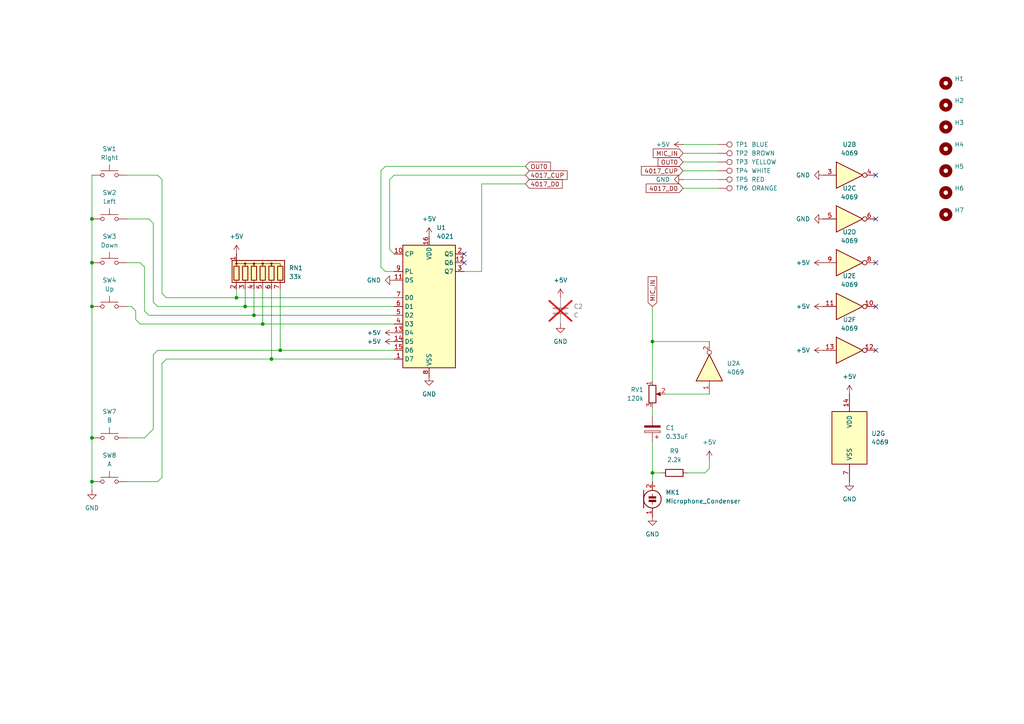
<source format=kicad_sch>
(kicad_sch (version 20250114) (generator "eeschema") (generator_version "9.0")
  (paper "A4")
  (lib_symbols
    (symbol "4xxx:4021"
      (property "Reference" "U" (at -5.08 19.05 0))
      (property "Value" "4021" (at 3.81 19.05 0))
      (symbol "4021_0_1"
        (rectangle (start -7.62 17.78) (end 7.62 -17.78) (stroke (width 0.254)) (fill (type background)))
      )
      (symbol "4021_1_1"
        (pin input line (at -10.16 15.24 0) (length 2.54) (name "CP") (number "10"))
        (pin input line (at -10.16 10.16 0) (length 2.54) (name "PL") (number "9"))
        (pin input line (at -10.16 7.62 0) (length 2.54) (name "DS") (number "11"))
        (pin input line (at -10.16 2.54 0) (length 2.54) (name "D0") (number "7"))
        (pin input line (at -10.16 0 0) (length 2.54) (name "D1") (number "6"))
        (pin input line (at -10.16 -2.54 0) (length 2.54) (name "D2") (number "5"))
        (pin input line (at -10.16 -5.08 0) (length 2.54) (name "D3") (number "4"))
        (pin input line (at -10.16 -7.62 0) (length 2.54) (name "D4") (number "13"))
        (pin input line (at -10.16 -10.16 0) (length 2.54) (name "D5") (number "14"))
        (pin input line (at -10.16 -12.7 0) (length 2.54) (name "D6") (number "15"))
        (pin input line (at -10.16 -15.24 0) (length 2.54) (name "D7") (number "1"))
        (pin power_in line (at 0 20.32 270) (length 2.54) (name "VDD") (number "16"))
        (pin power_in line (at 0 -20.32 90) (length 2.54) (name "VSS") (number "8"))
        (pin output line (at 10.16 15.24 180) (length 2.54) (name "Q5") (number "2"))
        (pin output line (at 10.16 12.7 180) (length 2.54) (name "Q6") (number "12"))
        (pin output line (at 10.16 10.16 180) (length 2.54) (name "Q7") (number "3"))
      )
    )
    (symbol "4xxx:4069" (pin_names (offset 1.016))
      (property "Reference" "U" (at 0 1.27 0))
      (property "Value" "4069" (at 0 -1.27 0))
      (symbol "4069_1_0"
        (polyline (pts (xy -3.81 3.81) (xy -3.81 -3.81) (xy 3.81 0) (xy -3.81 3.81)) (stroke (width 0.254)) (fill (type background)))
        (pin input line (at -7.62 0 0) (length 3.81) (name "~") (number "1"))
        (pin output inverted (at 7.62 0 180) (length 3.81) (name "~") (number "2"))
      )
      (symbol "4069_2_0"
        (polyline (pts (xy -3.81 3.81) (xy -3.81 -3.81) (xy 3.81 0) (xy -3.81 3.81)) (stroke (width 0.254)) (fill (type background)))
        (pin input line (at -7.62 0 0) (length 3.81) (name "~") (number "3"))
        (pin output inverted (at 7.62 0 180) (length 3.81) (name "~") (number "4"))
      )
      (symbol "4069_3_0"
        (polyline (pts (xy -3.81 3.81) (xy -3.81 -3.81) (xy 3.81 0) (xy -3.81 3.81)) (stroke (width 0.254)) (fill (type background)))
        (pin input line (at -7.62 0 0) (length 3.81) (name "~") (number "5"))
        (pin output inverted (at 7.62 0 180) (length 3.81) (name "~") (number "6"))
      )
      (symbol "4069_4_0"
        (polyline (pts (xy -3.81 3.81) (xy -3.81 -3.81) (xy 3.81 0) (xy -3.81 3.81)) (stroke (width 0.254)) (fill (type background)))
        (pin input line (at -7.62 0 0) (length 3.81) (name "~") (number "9"))
        (pin output inverted (at 7.62 0 180) (length 3.81) (name "~") (number "8"))
      )
      (symbol "4069_5_0"
        (polyline (pts (xy -3.81 3.81) (xy -3.81 -3.81) (xy 3.81 0) (xy -3.81 3.81)) (stroke (width 0.254)) (fill (type background)))
        (pin input line (at -7.62 0 0) (length 3.81) (name "~") (number "11"))
        (pin output inverted (at 7.62 0 180) (length 3.81) (name "~") (number "10"))
      )
      (symbol "4069_6_0"
        (polyline (pts (xy -3.81 3.81) (xy -3.81 -3.81) (xy 3.81 0) (xy -3.81 3.81)) (stroke (width 0.254)) (fill (type background)))
        (pin input line (at -7.62 0 0) (length 3.81) (name "~") (number "13"))
        (pin output inverted (at 7.62 0 180) (length 3.81) (name "~") (number "12"))
      )
      (symbol "4069_7_0"
        (pin power_in line (at 0 12.7 270) (length 5.08) (name "VDD") (number "14"))
        (pin power_in line (at 0 -12.7 90) (length 5.08) (name "VSS") (number "7"))
      )
      (symbol "4069_7_1"
        (rectangle (start -5.08 7.62) (end 5.08 -7.62) (stroke (width 0.254)) (fill (type background)))
      )
    )
    (symbol "Connector:TestPoint" (pin_numbers (hide yes)) (pin_names (offset 0.762) (hide yes))
      (property "Reference" "TP" (at 0 6.858 0))
      (property "Value" "TestPoint" (at 0 5.08 0))
      (symbol "TestPoint_0_1"
        (circle (center 0 3.302) (radius 0.762))
      )
      (symbol "TestPoint_1_1"
        (pin passive line (at 0 0 90) (length 2.54) (name "1") (number "1"))
      )
    )
    (symbol "Device:C" (pin_numbers (hide yes)) (pin_names (offset 0.254))
      (property "Reference" "C" (at 0.635 2.54 0))
      (property "Value" "C" (at 0.635 -2.54 0))
      (symbol "C_0_1"
        (polyline (pts (xy -2.032 0.762) (xy 2.032 0.762)) (stroke (width 0.508)))
        (polyline (pts (xy -2.032 -0.762) (xy 2.032 -0.762)) (stroke (width 0.508)))
      )
      (symbol "C_1_1"
        (pin passive line (at 0 3.81 270) (length 2.794) (name "~") (number "1"))
        (pin passive line (at 0 -3.81 90) (length 2.794) (name "~") (number "2"))
      )
    )
    (symbol "Device:C_Polarized" (pin_numbers (hide yes)) (pin_names (offset 0.254))
      (property "Reference" "C" (at 0.635 2.54 0))
      (property "Value" "C_Polarized" (at 0.635 -2.54 0))
      (symbol "C_Polarized_0_1"
        (rectangle (start -2.286 0.508) (end 2.286 1.016))
        (polyline (pts (xy -1.778 2.286) (xy -0.762 2.286)))
        (polyline (pts (xy -1.27 2.794) (xy -1.27 1.778)))
        (rectangle (start 2.286 -0.508) (end -2.286 -1.016) (fill (type outline)))
      )
      (symbol "C_Polarized_1_1"
        (pin passive line (at 0 3.81 270) (length 2.794) (name "~") (number "1"))
        (pin passive line (at 0 -3.81 90) (length 2.794) (name "~") (number "2"))
      )
    )
    (symbol "Device:Microphone_Condenser" (pin_names (offset 0.0254) (hide yes))
      (property "Reference" "MK" (at -3.302 1.27 0))
      (property "Value" "Microphone_Condenser" (at -3.302 -0.635 0))
      (symbol "Microphone_Condenser_0_1"
        (polyline (pts (xy -2.54 2.54) (xy -2.54 -2.54)) (stroke (width 0.254)))
        (polyline (pts (xy 0 0.762) (xy 0 1.524)))
        (circle (center 0 0) (radius 2.54) (stroke (width 0.254)))
        (polyline (pts (xy 0 -0.762) (xy 0 -1.524)))
        (polyline (pts (xy 0.254 3.81) (xy 0.762 3.81)))
        (polyline (pts (xy 0.508 4.064) (xy 0.508 3.556)))
        (rectangle (start 1.016 0.762) (end -1.016 0.254) (fill (type outline)))
        (rectangle (start 1.016 -0.254) (end -1.016 -0.762) (fill (type outline)))
      )
      (symbol "Microphone_Condenser_1_1"
        (pin passive line (at 0 5.08 270) (length 2.54) (name "+") (number "2"))
        (pin passive line (at 0 -5.08 90) (length 2.54) (name "-") (number "1"))
      )
    )
    (symbol "Device:R" (pin_numbers (hide yes)) (pin_names (offset 0))
      (property "Reference" "R" (at 2.032 0 90))
      (property "Value" "R" (at 0 0 90))
      (symbol "R_0_1"
        (rectangle (start -1.016 -2.54) (end 1.016 2.54) (stroke (width 0.254)))
      )
      (symbol "R_1_1"
        (pin passive line (at 0 3.81 270) (length 1.27) (name "~") (number "1"))
        (pin passive line (at 0 -3.81 90) (length 1.27) (name "~") (number "2"))
      )
    )
    (symbol "Device:R_Network06" (pin_names (offset 0) (hide yes))
      (property "Reference" "RN" (at -10.16 0 90))
      (property "Value" "R_Network06" (at 7.62 0 90))
      (symbol "R_Network06_0_1"
        (rectangle (start -8.89 -3.175) (end 6.35 3.175) (stroke (width 0.254)) (fill (type background)))
        (rectangle (start -8.382 1.524) (end -6.858 -2.54) (stroke (width 0.254)))
        (circle (center -7.62 2.286) (radius 0.254) (fill (type outline)))
        (polyline (pts (xy -7.62 1.524) (xy -7.62 2.286) (xy -5.08 2.286) (xy -5.08 1.524)))
        (polyline (pts (xy -7.62 -2.54) (xy -7.62 -3.81)))
        (rectangle (start -5.842 1.524) (end -4.318 -2.54) (stroke (width 0.254)))
        (circle (center -5.08 2.286) (radius 0.254) (fill (type outline)))
        (polyline (pts (xy -5.08 1.524) (xy -5.08 2.286) (xy -2.54 2.286) (xy -2.54 1.524)))
        (polyline (pts (xy -5.08 -2.54) (xy -5.08 -3.81)))
        (rectangle (start -3.302 1.524) (end -1.778 -2.54) (stroke (width 0.254)))
        (circle (center -2.54 2.286) (radius 0.254) (fill (type outline)))
        (polyline (pts (xy -2.54 1.524) (xy -2.54 2.286) (xy 0 2.286) (xy 0 1.524)))
        (polyline (pts (xy -2.54 -2.54) (xy -2.54 -3.81)))
        (rectangle (start -0.762 1.524) (end 0.762 -2.54) (stroke (width 0.254)))
        (circle (center 0 2.286) (radius 0.254) (fill (type outline)))
        (polyline (pts (xy 0 1.524) (xy 0 2.286) (xy 2.54 2.286) (xy 2.54 1.524)))
        (polyline (pts (xy 0 -2.54) (xy 0 -3.81)))
        (rectangle (start 1.778 1.524) (end 3.302 -2.54) (stroke (width 0.254)))
        (circle (center 2.54 2.286) (radius 0.254) (fill (type outline)))
        (polyline (pts (xy 2.54 1.524) (xy 2.54 2.286) (xy 5.08 2.286) (xy 5.08 1.524)))
        (polyline (pts (xy 2.54 -2.54) (xy 2.54 -3.81)))
        (rectangle (start 4.318 1.524) (end 5.842 -2.54) (stroke (width 0.254)))
        (polyline (pts (xy 5.08 -2.54) (xy 5.08 -3.81)))
      )
      (symbol "R_Network06_1_1"
        (pin passive line (at -7.62 5.08 270) (length 2.54) (name "common") (number "1"))
        (pin passive line (at -7.62 -5.08 90) (length 1.27) (name "R1") (number "2"))
        (pin passive line (at -5.08 -5.08 90) (length 1.27) (name "R2") (number "3"))
        (pin passive line (at -2.54 -5.08 90) (length 1.27) (name "R3") (number "4"))
        (pin passive line (at 0 -5.08 90) (length 1.27) (name "R4") (number "5"))
        (pin passive line (at 2.54 -5.08 90) (length 1.27) (name "R5") (number "6"))
        (pin passive line (at 5.08 -5.08 90) (length 1.27) (name "R6") (number "7"))
      )
    )
    (symbol "Device:R_Potentiometer" (pin_names (offset 1.016) (hide yes))
      (property "Reference" "RV" (at -4.445 0 90))
      (property "Value" "R_Potentiometer" (at -2.54 0 90))
      (symbol "R_Potentiometer_0_1"
        (rectangle (start 1.016 2.54) (end -1.016 -2.54) (stroke (width 0.254)))
        (polyline (pts (xy 1.143 0) (xy 2.286 0.508) (xy 2.286 -0.508) (xy 1.143 0)) (fill (type outline)))
        (polyline (pts (xy 2.54 0) (xy 1.524 0)))
      )
      (symbol "R_Potentiometer_1_1"
        (pin passive line (at 0 3.81 270) (length 1.27) (name "1") (number "1"))
        (pin passive line (at 0 -3.81 90) (length 1.27) (name "3") (number "3"))
        (pin passive line (at 3.81 0 180) (length 1.27) (name "2") (number "2"))
      )
    )
    (symbol "Mechanical:MountingHole" (pin_names (offset 1.016)) (in_bom no)
      (property "Reference" "H" (at 0 5.08 0))
      (property "Value" "MountingHole" (at 0 3.175 0))
      (symbol "MountingHole_0_1"
        (circle (center 0 0) (radius 1.27) (stroke (width 1.27)))
      )
    )
    (symbol "Switch:SW_Push" (pin_numbers (hide yes)) (pin_names (offset 1.016) (hide yes))
      (property "Reference" "SW" (at 1.27 2.54 0))
      (property "Value" "SW_Push" (at 0 -1.524 0))
      (symbol "SW_Push_0_1"
        (circle (center -2.032 0) (radius 0.508))
        (polyline (pts (xy 0 1.27) (xy 0 3.048)))
        (circle (center 2.032 0) (radius 0.508))
        (polyline (pts (xy 2.54 1.27) (xy -2.54 1.27)))
        (pin passive line (at -5.08 0 0) (length 2.54) (name "1") (number "1"))
        (pin passive line (at 5.08 0 180) (length 2.54) (name "2") (number "2"))
      )
    )
    (symbol "power:+5V" (power) (pin_numbers (hide yes)) (pin_names (offset 0) (hide yes))
      (property "Value" "+5V" (at 0 3.556 0))
      (symbol "+5V_0_1"
        (polyline (pts (xy -0.762 1.27) (xy 0 2.54)))
        (polyline (pts (xy 0 2.54) (xy 0.762 1.27)))
        (polyline (pts (xy 0 0) (xy 0 2.54)))
      )
      (symbol "+5V_1_1"
        (pin power_in line (at 0 0 90) (length 0) (name "~") (number "1"))
      )
    )
    (symbol "power:GND" (power) (pin_numbers (hide yes)) (pin_names (offset 0) (hide yes))
      (property "Value" "GND" (at 0 -3.81 0))
      (symbol "GND_0_1"
        (polyline (pts (xy 0 0) (xy 0 -1.27) (xy 1.27 -1.27) (xy 0 -2.54) (xy -1.27 -1.27) (xy 0 -1.27)))
      )
      (symbol "GND_1_1"
        (pin power_in line (at 0 0 270) (length 0) (name "~") (number "1"))
      )
    )
  )
  (junction (at 76.2 93.98))
  (junction (at 81.28 101.6))
  (junction (at 71.12 88.9))
  (junction (at 26.67 88.9))
  (junction (at 26.67 63.5))
  (junction (at 26.67 139.7))
  (junction (at 68.58 86.36))
  (junction (at 78.74 104.14))
  (junction (at 73.66 91.44))
  (junction (at 189.23 99.06))
  (junction (at 26.67 127))
  (junction (at 26.67 76.2))
  (junction (at 189.23 137.16))
  (no_connect (at 134.62 76.2))
  (no_connect (at 254 63.5))
  (no_connect (at 254 76.2))
  (no_connect (at 134.62 73.66))
  (no_connect (at 254 101.6))
  (no_connect (at 254 50.8))
  (no_connect (at 254 88.9))
  (wire (pts (xy 68.58 83.82) (xy 68.58 86.36)))
  (wire (pts (xy 71.12 83.82) (xy 71.12 88.9)))
  (wire (pts (xy 39.37 92.71) (xy 40.64 93.98)))
  (wire (pts (xy 81.28 101.6) (xy 114.3 101.6)))
  (wire (pts (xy 189.23 99.06) (xy 189.23 110.49)))
  (wire (pts (xy 26.67 63.5) (xy 26.67 76.2)))
  (wire (pts (xy 36.83 50.8) (xy 45.72 50.8)))
  (wire (pts (xy 198.12 54.61) (xy 208.28 54.61)))
  (wire (pts (xy 189.23 137.16) (xy 189.23 139.7)))
  (wire (pts (xy 139.7 78.74) (xy 134.62 78.74)))
  (wire (pts (xy 81.28 83.82) (xy 81.28 101.6)))
  (wire (pts (xy 114.3 78.74) (xy 111.76 78.74)))
  (wire (pts (xy 189.23 118.11) (xy 189.23 120.65)))
  (wire (pts (xy 139.7 53.34) (xy 139.7 78.74)))
  (wire (pts (xy 114.3 73.66) (xy 113.03 72.39)))
  (wire (pts (xy 44.45 124.46) (xy 41.91 127)))
  (wire (pts (xy 44.45 102.87) (xy 44.45 124.46)))
  (wire (pts (xy 36.83 76.2) (xy 40.64 76.2)))
  (wire (pts (xy 40.64 76.2) (xy 41.91 77.47)))
  (wire (pts (xy 44.45 87.63) (xy 45.72 88.9)))
  (wire (pts (xy 205.74 133.35) (xy 205.74 135.89)))
  (wire (pts (xy 41.91 77.47) (xy 41.91 90.17)))
  (wire (pts (xy 36.83 88.9) (xy 38.1 88.9)))
  (wire (pts (xy 111.76 78.74) (xy 110.49 77.47)))
  (wire (pts (xy 45.72 88.9) (xy 71.12 88.9)))
  (wire (pts (xy 39.37 90.17) (xy 39.37 92.71)))
  (wire (pts (xy 189.23 99.06) (xy 205.74 99.06)))
  (wire (pts (xy 198.12 52.07) (xy 208.28 52.07)))
  (wire (pts (xy 44.45 64.77) (xy 44.45 87.63)))
  (wire (pts (xy 78.74 83.82) (xy 78.74 104.14)))
  (wire (pts (xy 46.99 105.41) (xy 46.99 138.43)))
  (wire (pts (xy 198.12 46.99) (xy 208.28 46.99)))
  (wire (pts (xy 204.47 137.16) (xy 205.74 135.89)))
  (wire (pts (xy 73.66 83.82) (xy 73.66 91.44)))
  (wire (pts (xy 152.4 53.34) (xy 139.7 53.34)))
  (wire (pts (xy 38.1 88.9) (xy 39.37 90.17)))
  (wire (pts (xy 43.18 91.44) (xy 73.66 91.44)))
  (wire (pts (xy 71.12 88.9) (xy 114.3 88.9)))
  (wire (pts (xy 26.67 88.9) (xy 26.67 127)))
  (wire (pts (xy 36.83 127) (xy 41.91 127)))
  (wire (pts (xy 110.49 49.53) (xy 111.76 48.26)))
  (wire (pts (xy 26.67 142.24) (xy 26.67 139.7)))
  (wire (pts (xy 41.91 90.17) (xy 43.18 91.44)))
  (wire (pts (xy 76.2 83.82) (xy 76.2 93.98)))
  (wire (pts (xy 26.67 76.2) (xy 26.67 88.9)))
  (wire (pts (xy 45.72 101.6) (xy 44.45 102.87)))
  (wire (pts (xy 73.66 91.44) (xy 114.3 91.44)))
  (wire (pts (xy 199.39 137.16) (xy 204.47 137.16)))
  (wire (pts (xy 189.23 128.27) (xy 189.23 137.16)))
  (wire (pts (xy 191.77 137.16) (xy 189.23 137.16)))
  (wire (pts (xy 113.03 52.07) (xy 114.3 50.8)))
  (wire (pts (xy 78.74 104.14) (xy 114.3 104.14)))
  (wire (pts (xy 110.49 49.53) (xy 110.49 77.47)))
  (wire (pts (xy 48.26 86.36) (xy 68.58 86.36)))
  (wire (pts (xy 26.67 50.8) (xy 26.67 63.5)))
  (wire (pts (xy 111.76 48.26) (xy 152.4 48.26)))
  (wire (pts (xy 198.12 44.45) (xy 208.28 44.45)))
  (wire (pts (xy 46.99 138.43) (xy 45.72 139.7)))
  (wire (pts (xy 198.12 41.91) (xy 208.28 41.91)))
  (wire (pts (xy 45.72 101.6) (xy 81.28 101.6)))
  (wire (pts (xy 198.12 49.53) (xy 208.28 49.53)))
  (wire (pts (xy 193.04 114.3) (xy 205.74 114.3)))
  (wire (pts (xy 40.64 93.98) (xy 76.2 93.98)))
  (wire (pts (xy 189.23 88.9) (xy 189.23 99.06)))
  (wire (pts (xy 76.2 93.98) (xy 114.3 93.98)))
  (wire (pts (xy 48.26 104.14) (xy 46.99 105.41)))
  (wire (pts (xy 43.18 63.5) (xy 44.45 64.77)))
  (wire (pts (xy 48.26 104.14) (xy 78.74 104.14)))
  (wire (pts (xy 46.99 85.09) (xy 48.26 86.36)))
  (wire (pts (xy 36.83 63.5) (xy 43.18 63.5)))
  (wire (pts (xy 26.67 127) (xy 26.67 139.7)))
  (wire (pts (xy 113.03 72.39) (xy 113.03 52.07)))
  (wire (pts (xy 46.99 52.07) (xy 46.99 85.09)))
  (wire (pts (xy 114.3 50.8) (xy 152.4 50.8)))
  (wire (pts (xy 45.72 50.8) (xy 46.99 52.07)))
  (wire (pts (xy 68.58 86.36) (xy 114.3 86.36)))
  (wire (pts (xy 36.83 139.7) (xy 45.72 139.7)))
  (global_label "4017_CUP" (shape input) (at 152.4 50.8 0) (property "Intersheetrefs" "${INTERSHEET_REFS}" (effects (hide yes))))
  (global_label "4017_D0" (shape input) (at 152.4 53.34 0) (property "Intersheetrefs" "${INTERSHEET_REFS}" (effects (hide yes))))
  (global_label "MIC_IN" (shape input) (at 189.23 88.9 90) (property "Intersheetrefs" "${INTERSHEET_REFS}" (effects (hide yes))))
  (global_label "OUT0" (shape input) (at 152.4 48.26 0) (property "Intersheetrefs" "${INTERSHEET_REFS}" (effects (hide yes))))
  (global_label "OUT0" (shape input) (at 198.12 46.99 180) (property "Intersheetrefs" "${INTERSHEET_REFS}" (effects (hide yes))))
  (global_label "MIC_IN" (shape input) (at 198.12 44.45 180) (property "Intersheetrefs" "${INTERSHEET_REFS}" (effects (hide yes))))
  (global_label "4017_CUP" (shape input) (at 198.12 49.53 180) (property "Intersheetrefs" "${INTERSHEET_REFS}" (effects (hide yes))))
  (global_label "4017_D0" (shape input) (at 198.12 54.61 180) (property "Intersheetrefs" "${INTERSHEET_REFS}" (effects (hide yes))))
  (symbol (lib_id "Switch:SW_Push") (at 31.75 63.5 0) (unit 1)
    (property "Reference" "SW2" (at 31.75 55.88 0))
    (property "Value" "Left" (at 31.75 58.42 0))
    (property "Footprint" "Nintendo:BUTTON_DPAD" (effects (hide yes)))
    (property "Description" "Push button switch, generic, two pins" (effects (hide yes)))
  )
  (symbol (lib_id "Connector:TestPoint") (at 208.28 52.07 270) (unit 1)
    (property "Reference" "TP5" (at 213.36 52.0699 90) (effects (justify left)))
    (property "Value" "RED" (at 217.932 52.0699 90) (effects (justify left)))
    (property "Footprint" "Nintendo:PIN" (effects (hide yes)))
    (property "Description" "test point" (effects (hide yes)))
  )
  (symbol (lib_id "Connector:TestPoint") (at 208.28 41.91 270) (unit 1)
    (property "Reference" "TP1" (at 213.36 41.9099 90) (effects (justify left)))
    (property "Value" "BLUE" (at 217.932 41.9099 90) (effects (justify left)))
    (property "Footprint" "Nintendo:PIN" (effects (hide yes)))
    (property "Description" "test point" (effects (hide yes)))
  )
  (symbol (lib_id "Switch:SW_Push") (at 31.75 139.7 0) (unit 1)
    (property "Reference" "SW8" (at 31.75 132.08 0))
    (property "Value" "A" (at 31.75 134.62 0))
    (property "Footprint" "Nintendo:BUTTON_AB" (effects (hide yes)))
    (property "Description" "Push button switch, generic, two pins" (effects (hide yes)))
  )
  (symbol (lib_id "Connector:TestPoint") (at 208.28 49.53 270) (unit 1)
    (property "Reference" "TP4" (at 213.36 49.5299 90) (effects (justify left)))
    (property "Value" "WHITE" (at 217.932 49.5299 90) (effects (justify left)))
    (property "Footprint" "Nintendo:PIN" (effects (hide yes)))
    (property "Description" "test point" (effects (hide yes)))
  )
  (symbol (lib_id "Switch:SW_Push") (at 31.75 127 0) (unit 1)
    (property "Reference" "SW7" (at 31.75 119.38 0))
    (property "Value" "B" (at 31.75 121.92 0))
    (property "Footprint" "Nintendo:BUTTON_AB" (effects (hide yes)))
    (property "Description" "Push button switch, generic, two pins" (effects (hide yes)))
  )
  (symbol (lib_id "Device:C_Polarized") (at 189.23 124.46 180) (unit 1)
    (property "Reference" "C1" (at 193.04 124.0789 0) (effects (justify right)))
    (property "Value" "0.33uF" (at 193.04 126.6189 0) (effects (justify right)))
    (property "Footprint" "Nintendo:MIC_CAP" (effects (hide yes)))
    (property "Description" "Polarized capacitor" (effects (hide yes)))
  )
  (symbol (lib_id "4xxx:4069") (at 246.38 88.9 0) (unit 5)
    (property "Reference" "U2" (at 246.38 80.01 0))
    (property "Value" "4069" (at 246.38 82.55 0))
    (property "Footprint" "Nintendo:DIP14" (effects (hide yes)))
    (property "Datasheet" "http://www.intersil.com/content/dam/Intersil/documents/cd40/cd4069ubms.pdf" (effects (hide yes)))
    (property "Description" "Hex inverter" (effects (hide yes)))
  )
  (symbol (lib_id "Connector:TestPoint") (at 208.28 46.99 270) (unit 1)
    (property "Reference" "TP3" (at 213.36 46.9899 90) (effects (justify left)))
    (property "Value" "YELLOW" (at 217.932 46.9899 90) (effects (justify left)))
    (property "Footprint" "Nintendo:PIN" (effects (hide yes)))
    (property "Description" "test point" (effects (hide yes)))
  )
  (symbol (lib_id "power:+5V") (at 162.56 86.36 0) (unit 1)
    (property "Reference" "#PWR018" (effects (hide yes)))
    (property "Value" "+5V" (at 162.56 81.28 0))
    (property "Description" "Power symbol creates a global label with name \"+5V\"" (effects (hide yes)))
  )
  (symbol (lib_id "power:+5V") (at 238.76 76.2 90) (unit 1)
    (property "Reference" "#PWR09" (effects (hide yes)))
    (property "Value" "+5V" (at 234.95 76.1999 90) (effects (justify left)))
    (property "Description" "Power symbol creates a global label with name \"+5V\"" (effects (hide yes)))
  )
  (symbol (lib_id "power:+5V") (at 114.3 99.06 90) (unit 1)
    (property "Reference" "#PWR03" (effects (hide yes)))
    (property "Value" "+5V" (at 110.49 99.0599 90) (effects (justify left)))
    (property "Description" "Power symbol creates a global label with name \"+5V\"" (effects (hide yes)))
  )
  (symbol (lib_id "Device:R_Network06") (at 76.2 78.74 0) (unit 1)
    (property "Reference" "RN1" (at 83.82 77.7239 0) (effects (justify left)))
    (property "Value" "33k" (at 83.82 80.2639 0) (effects (justify left)))
    (property "Footprint" "Nintendo:R_NETWORK" (effects (hide yes)))
    (property "Datasheet" "http://www.vishay.com/docs/31509/csc.pdf" (effects (hide yes)))
    (property "Description" "6 resistor network, star topology, bussed resistors, small symbol" (effects (hide yes)))
  )
  (symbol (lib_id "power:+5V") (at 205.74 133.35 0) (unit 1)
    (property "Reference" "#PWR013" (effects (hide yes)))
    (property "Value" "+5V" (at 205.74 128.27 0))
    (property "Description" "Power symbol creates a global label with name \"+5V\"" (effects (hide yes)))
  )
  (symbol (lib_id "4xxx:4021") (at 124.46 88.9 0) (unit 1)
    (property "Reference" "U1" (at 126.6033 66.04 0) (effects (justify left)))
    (property "Value" "4021" (at 126.6033 68.58 0) (effects (justify left)))
    (property "Footprint" "Nintendo:DIP16" (effects (hide yes)))
    (property "Datasheet" "https://assets.nexperia.com/documents/data-sheet/HEF4021B.pdf" (effects (hide yes)))
    (property "Description" "8-bit static shift register" (effects (hide yes)))
  )
  (symbol (lib_id "4xxx:4069") (at 246.38 50.8 0) (unit 2)
    (property "Reference" "U2" (at 246.38 41.91 0))
    (property "Value" "4069" (at 246.38 44.45 0))
    (property "Footprint" "Nintendo:DIP14" (effects (hide yes)))
    (property "Datasheet" "http://www.intersil.com/content/dam/Intersil/documents/cd40/cd4069ubms.pdf" (effects (hide yes)))
    (property "Description" "Hex inverter" (effects (hide yes)))
  )
  (symbol (lib_id "4xxx:4069") (at 246.38 127 0) (unit 7)
    (property "Reference" "U2" (at 252.73 125.7299 0) (effects (justify left)))
    (property "Value" "4069" (at 252.73 128.2699 0) (effects (justify left)))
    (property "Footprint" "Nintendo:DIP14" (effects (hide yes)))
    (property "Datasheet" "http://www.intersil.com/content/dam/Intersil/documents/cd40/cd4069ubms.pdf" (effects (hide yes)))
    (property "Description" "Hex inverter" (effects (hide yes)))
  )
  (symbol (lib_id "power:GND") (at 124.46 109.22 0) (unit 1)
    (property "Reference" "#PWR02" (effects (hide yes)))
    (property "Value" "GND" (at 124.46 114.3 0))
    (property "Description" "Power symbol creates a global label with name \"GND\" , ground" (effects (hide yes)))
  )
  (symbol (lib_id "power:GND") (at 26.67 142.24 0) (unit 1)
    (property "Reference" "#PWR020" (effects (hide yes)))
    (property "Value" "GND" (at 26.67 147.32 0))
    (property "Description" "Power symbol creates a global label with name \"GND\" , ground" (effects (hide yes)))
  )
  (symbol (lib_id "power:GND") (at 198.12 52.07 270) (unit 1)
    (property "Reference" "#PWR017" (effects (hide yes)))
    (property "Value" "GND" (at 194.31 52.0699 90) (effects (justify right)))
    (property "Description" "Power symbol creates a global label with name \"GND\" , ground" (effects (hide yes)))
  )
  (symbol (lib_id "Mechanical:MountingHole") (at 274.32 30.48 0) (unit 1) (in_bom no)
    (property "Reference" "H2" (at 276.86 29.2099 0) (effects (justify left)))
    (property "Value" "MountingHole" (effects (hide yes)))
    (property "Footprint" "Nintendo:HOLE" (effects (hide yes)))
    (property "Description" "Mounting Hole without connection" (effects (hide yes)))
  )
  (symbol (lib_id "Device:R") (at 195.58 137.16 90) (unit 1)
    (property "Reference" "R9" (at 195.58 130.81 90))
    (property "Value" "2.2k" (at 195.58 133.35 90))
    (property "Footprint" "Nintendo:RESISTOR" (effects (hide yes)))
    (property "Description" "Resistor" (effects (hide yes)))
  )
  (symbol (lib_id "power:+5V") (at 68.58 73.66 0) (unit 1)
    (property "Reference" "#PWR05" (effects (hide yes)))
    (property "Value" "+5V" (at 68.58 68.58 0))
    (property "Description" "Power symbol creates a global label with name \"+5V\"" (effects (hide yes)))
  )
  (symbol (lib_id "4xxx:4069") (at 246.38 101.6 0) (unit 6)
    (property "Reference" "U2" (at 246.38 92.71 0))
    (property "Value" "4069" (at 246.38 95.25 0))
    (property "Footprint" "Nintendo:DIP14" (effects (hide yes)))
    (property "Datasheet" "http://www.intersil.com/content/dam/Intersil/documents/cd40/cd4069ubms.pdf" (effects (hide yes)))
    (property "Description" "Hex inverter" (effects (hide yes)))
  )
  (symbol (lib_id "power:GND") (at 238.76 50.8 270) (unit 1)
    (property "Reference" "#PWR06" (effects (hide yes)))
    (property "Value" "GND" (at 234.95 50.7999 90) (effects (justify right)))
    (property "Description" "Power symbol creates a global label with name \"GND\" , ground" (effects (hide yes)))
  )
  (symbol (lib_id "Switch:SW_Push") (at 31.75 50.8 0) (unit 1)
    (property "Reference" "SW1" (at 31.75 43.18 0))
    (property "Value" "Right" (at 31.75 45.72 0))
    (property "Footprint" "Nintendo:BUTTON_DPAD" (effects (hide yes)))
    (property "Description" "Push button switch, generic, two pins" (effects (hide yes)))
  )
  (symbol (lib_id "power:+5V") (at 114.3 96.52 90) (unit 1)
    (property "Reference" "#PWR04" (effects (hide yes)))
    (property "Value" "+5V" (at 110.49 96.5199 90) (effects (justify left)))
    (property "Description" "Power symbol creates a global label with name \"+5V\"" (effects (hide yes)))
  )
  (symbol (lib_id "Switch:SW_Push") (at 31.75 88.9 0) (unit 1)
    (property "Reference" "SW4" (at 31.75 81.28 0))
    (property "Value" "Up" (at 31.75 83.82 0))
    (property "Footprint" "Nintendo:BUTTON_DPAD" (effects (hide yes)))
    (property "Description" "Push button switch, generic, two pins" (effects (hide yes)))
  )
  (symbol (lib_id "Device:C") (at 162.56 90.17 0) (unit 1) (in_bom no) (dnp yes)
    (property "Reference" "C2" (at 166.37 88.8999 0) (effects (justify left)))
    (property "Value" "C" (at 166.37 91.4399 0) (effects (justify left)))
    (property "Footprint" "Nintendo:BYPASS_CAP" (effects (hide yes)))
    (property "Description" "Unpolarized capacitor" (effects (hide yes)))
  )
  (symbol (lib_id "4xxx:4069") (at 246.38 63.5 0) (unit 3)
    (property "Reference" "U2" (at 246.38 54.61 0))
    (property "Value" "4069" (at 246.38 57.15 0))
    (property "Footprint" "Nintendo:DIP14" (effects (hide yes)))
    (property "Datasheet" "http://www.intersil.com/content/dam/Intersil/documents/cd40/cd4069ubms.pdf" (effects (hide yes)))
    (property "Description" "Hex inverter" (effects (hide yes)))
  )
  (symbol (lib_id "Mechanical:MountingHole") (at 274.32 55.88 0) (unit 1) (in_bom no)
    (property "Reference" "H6" (at 276.86 54.6099 0) (effects (justify left)))
    (property "Value" "MountingHole" (effects (hide yes)))
    (property "Footprint" "Nintendo:HOLE" (effects (hide yes)))
    (property "Description" "Mounting Hole without connection" (effects (hide yes)))
  )
  (symbol (lib_id "power:GND") (at 189.23 149.86 0) (unit 1)
    (property "Reference" "#PWR014" (effects (hide yes)))
    (property "Value" "GND" (at 189.23 154.94 0))
    (property "Description" "Power symbol creates a global label with name \"GND\" , ground" (effects (hide yes)))
  )
  (symbol (lib_id "4xxx:4069") (at 205.74 106.68 90) (unit 1)
    (property "Reference" "U2" (at 210.82 105.4099 90) (effects (justify right)))
    (property "Value" "4069" (at 210.82 107.9499 90) (effects (justify right)))
    (property "Footprint" "Nintendo:DIP14" (effects (hide yes)))
    (property "Datasheet" "http://www.intersil.com/content/dam/Intersil/documents/cd40/cd4069ubms.pdf" (effects (hide yes)))
    (property "Description" "Hex inverter" (effects (hide yes)))
  )
  (symbol (lib_id "4xxx:4069") (at 246.38 76.2 0) (unit 4)
    (property "Reference" "U2" (at 246.38 67.31 0))
    (property "Value" "4069" (at 246.38 69.85 0))
    (property "Footprint" "Nintendo:DIP14" (effects (hide yes)))
    (property "Datasheet" "http://www.intersil.com/content/dam/Intersil/documents/cd40/cd4069ubms.pdf" (effects (hide yes)))
    (property "Description" "Hex inverter" (effects (hide yes)))
  )
  (symbol (lib_id "Device:R_Potentiometer") (at 189.23 114.3 0) (unit 1)
    (property "Reference" "RV1" (at 186.69 113.0299 0) (effects (justify right)))
    (property "Value" "120k" (at 186.69 115.5699 0) (effects (justify right)))
    (property "Footprint" "Nintendo:POT" (effects (hide yes)))
    (property "Description" "Potentiometer" (effects (hide yes)))
  )
  (symbol (lib_id "Mechanical:MountingHole") (at 274.32 62.23 0) (unit 1) (in_bom no)
    (property "Reference" "H7" (at 276.86 60.9599 0) (effects (justify left)))
    (property "Value" "MountingHole" (effects (hide yes)))
    (property "Footprint" "Nintendo:HOLE" (effects (hide yes)))
    (property "Description" "Mounting Hole without connection" (effects (hide yes)))
  )
  (symbol (lib_id "power:GND") (at 162.56 93.98 0) (unit 1)
    (property "Reference" "#PWR019" (effects (hide yes)))
    (property "Value" "GND" (at 162.56 99.06 0))
    (property "Description" "Power symbol creates a global label with name \"GND\" , ground" (effects (hide yes)))
  )
  (symbol (lib_id "Switch:SW_Push") (at 31.75 76.2 0) (unit 1)
    (property "Reference" "SW3" (at 31.75 68.58 0))
    (property "Value" "Down" (at 31.75 71.12 0))
    (property "Footprint" "Nintendo:BUTTON_DPAD" (effects (hide yes)))
    (property "Description" "Push button switch, generic, two pins" (effects (hide yes)))
  )
  (symbol (lib_id "power:+5V") (at 198.12 41.91 90) (unit 1)
    (property "Reference" "#PWR016" (effects (hide yes)))
    (property "Value" "+5V" (at 194.31 41.9099 90) (effects (justify left)))
    (property "Description" "Power symbol creates a global label with name \"+5V\"" (effects (hide yes)))
  )
  (symbol (lib_id "power:+5V") (at 124.46 68.58 0) (unit 1)
    (property "Reference" "#PWR01" (effects (hide yes)))
    (property "Value" "+5V" (at 124.46 63.5 0))
    (property "Description" "Power symbol creates a global label with name \"+5V\"" (effects (hide yes)))
  )
  (symbol (lib_id "Connector:TestPoint") (at 208.28 54.61 270) (unit 1)
    (property "Reference" "TP6" (at 213.36 54.6099 90) (effects (justify left)))
    (property "Value" "ORANGE" (at 217.932 54.6099 90) (effects (justify left)))
    (property "Footprint" "Nintendo:PIN" (effects (hide yes)))
    (property "Description" "test point" (effects (hide yes)))
  )
  (symbol (lib_id "power:+5V") (at 238.76 88.9 90) (unit 1)
    (property "Reference" "#PWR010" (effects (hide yes)))
    (property "Value" "+5V" (at 234.95 88.8999 90) (effects (justify left)))
    (property "Description" "Power symbol creates a global label with name \"+5V\"" (effects (hide yes)))
  )
  (symbol (lib_id "power:GND") (at 238.76 63.5 270) (unit 1)
    (property "Reference" "#PWR07" (effects (hide yes)))
    (property "Value" "GND" (at 234.95 63.4999 90) (effects (justify right)))
    (property "Description" "Power symbol creates a global label with name \"GND\" , ground" (effects (hide yes)))
  )
  (symbol (lib_id "Mechanical:MountingHole") (at 274.32 36.83 0) (unit 1) (in_bom no)
    (property "Reference" "H3" (at 276.86 35.5599 0) (effects (justify left)))
    (property "Value" "MountingHole" (effects (hide yes)))
    (property "Footprint" "Nintendo:HOLE" (effects (hide yes)))
    (property "Description" "Mounting Hole without connection" (effects (hide yes)))
  )
  (symbol (lib_id "Mechanical:MountingHole") (at 274.32 43.18 0) (unit 1) (in_bom no)
    (property "Reference" "H4" (at 276.86 41.9099 0) (effects (justify left)))
    (property "Value" "MountingHole" (effects (hide yes)))
    (property "Footprint" "Nintendo:HOLE" (effects (hide yes)))
    (property "Description" "Mounting Hole without connection" (effects (hide yes)))
  )
  (symbol (lib_id "Device:Microphone_Condenser") (at 189.23 144.78 0) (unit 1)
    (property "Reference" "MK1" (at 193.04 142.8114 0) (effects (justify left)))
    (property "Value" "Microphone_Condenser" (at 193.04 145.3514 0) (effects (justify left)))
    (property "Footprint" "Nintendo:MIC" (effects (hide yes)))
    (property "Description" "Condenser microphone" (effects (hide yes)))
  )
  (symbol (lib_id "power:GND") (at 114.3 81.28 270) (unit 1)
    (property "Reference" "#PWR015" (effects (hide yes)))
    (property "Value" "GND" (at 110.49 81.2799 90) (effects (justify right)))
    (property "Description" "Power symbol creates a global label with name \"GND\" , ground" (effects (hide yes)))
  )
  (symbol (lib_id "power:+5V") (at 238.76 101.6 90) (unit 1)
    (property "Reference" "#PWR011" (effects (hide yes)))
    (property "Value" "+5V" (at 234.95 101.5999 90) (effects (justify left)))
    (property "Description" "Power symbol creates a global label with name \"+5V\"" (effects (hide yes)))
  )
  (symbol (lib_id "power:GND") (at 246.38 139.7 0) (unit 1)
    (property "Reference" "#PWR08" (effects (hide yes)))
    (property "Value" "GND" (at 246.38 144.78 0))
    (property "Description" "Power symbol creates a global label with name \"GND\" , ground" (effects (hide yes)))
  )
  (symbol (lib_id "Connector:TestPoint") (at 208.28 44.45 270) (unit 1)
    (property "Reference" "TP2" (at 213.36 44.4499 90) (effects (justify left)))
    (property "Value" "BROWN" (at 217.932 44.4499 90) (effects (justify left)))
    (property "Footprint" "Nintendo:PIN" (effects (hide yes)))
    (property "Description" "test point" (effects (hide yes)))
  )
  (symbol (lib_id "power:+5V") (at 246.38 114.3 0) (unit 1)
    (property "Reference" "#PWR012" (effects (hide yes)))
    (property "Value" "+5V" (at 246.38 109.22 0))
    (property "Description" "Power symbol creates a global label with name \"+5V\"" (effects (hide yes)))
  )
  (symbol (lib_id "Mechanical:MountingHole") (at 274.32 49.53 0) (unit 1) (in_bom no)
    (property "Reference" "H5" (at 276.86 48.2599 0) (effects (justify left)))
    (property "Value" "MountingHole" (effects (hide yes)))
    (property "Footprint" "Nintendo:HOLE" (effects (hide yes)))
    (property "Description" "Mounting Hole without connection" (effects (hide yes)))
  )
  (symbol (lib_id "Mechanical:MountingHole") (at 274.32 24.13 0) (unit 1) (in_bom no)
    (property "Reference" "H1" (at 276.86 22.8599 0) (effects (justify left)))
    (property "Value" "MountingHole" (effects (hide yes)))
    (property "Footprint" "Nintendo:HOLE" (effects (hide yes)))
    (property "Description" "Mounting Hole without connection" (effects (hide yes)))
  )
)
</source>
